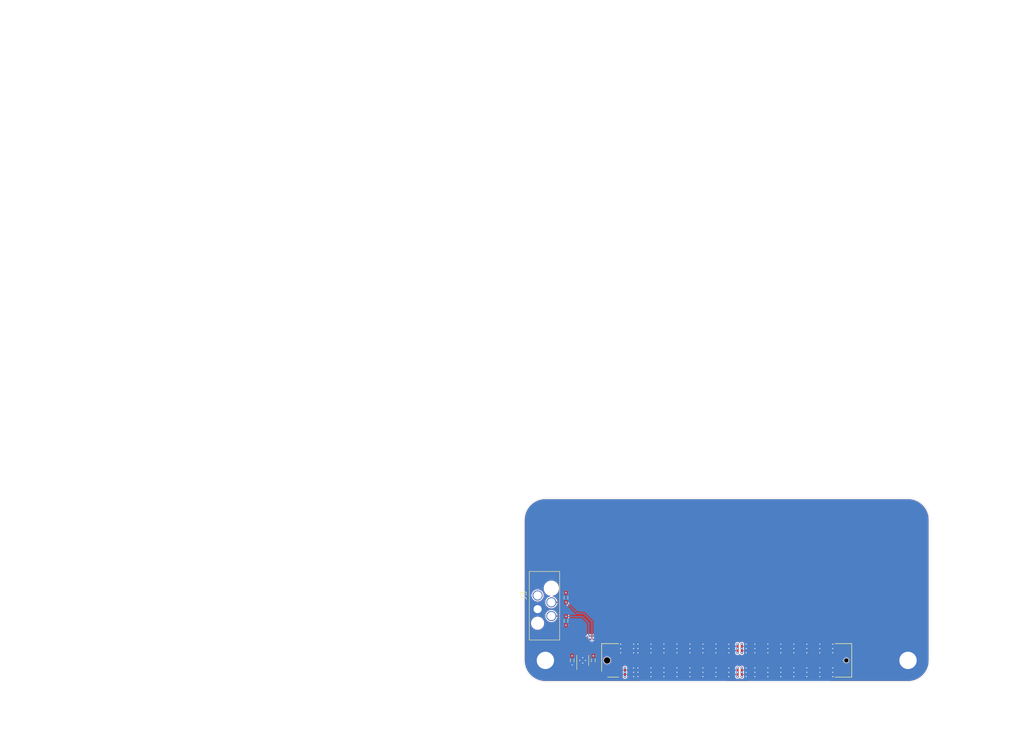
<source format=kicad_pcb>
(kicad_pcb (version 20240108) (generator "pcbnew") (generator_version "8.0")
  (title_block (title "Squishy - SE PHY ") (date "2024-06-14") (rev "1") (company "Shrine Maiden Heavy Industries") (comment 1 "License: CERN-OHL-S") (comment 2 "© 2024 Aki 'lethalbit' Van Ness, et. al.") (comment 3 "No warranty expressed or implied") (comment 4 "Squishy - SCSI Multitool"))
  (layers (0 "F.Cu" signal) (1 "In1.Cu" signal) (2 "In2.Cu" signal) (3 "In3.Cu" signal) (4 "In4.Cu" signal) (31 "B.Cu" signal) (34 "B.Paste" user) (35 "F.Paste" user) (36 "B.SilkS" user "B.Silkscreen") (37 "F.SilkS" user "F.Silkscreen") (38 "B.Mask" user) (39 "F.Mask" user) (44 "Edge.Cuts" user))
  (net 0 "")
  (net 1 "GND")
  (net 4 "/PHY.ID_SCL")
  (net 5 "+3V3")
  (net 6 "/PHY.ID_SDA")
  (net 7 "/CON.DP14+")
  (net 8 "/CON.C{slash}D+")
  (net 9 "/CON.DB10-")
  (net 10 "/CON.DB4-")
  (net 11 "/CON.ACK+")
  (net 12 "/CON.TERMPWR")
  (net 13 "/CON.DP1+")
  (net 14 "/CON.BSY-")
  (net 15 "/CON.RST-")
  (net 16 "/CON.DB2-")
  (net 17 "/CON.BSY+")
  (net 18 "/CON.DB5+")
  (net 19 "/CON.ATN-")
  (net 20 "/CON.DP0+")
  (net 21 "/CON.SEL+")
  (net 22 "/CON.ATN+")
  (net 23 "/CON.DB9-")
  (net 24 "/CON.SEL-")
  (net 25 "/CON.DB9+")
  (net 26 "/CON.DB0-")
  (net 27 "/CON.DB11+")
  (net 28 "/CON.DB7+")
  (net 29 "/CON.DP1-")
  (net 30 "/CON.DB5-")
  (net 31 "/CON.REQ-")
  (net 32 "/CON.DB1-")
  (net 33 "/CON.DB13+")
  (net 34 "/CON.REQ+")
  (net 35 "/CON.DB3-")
  (net 36 "/CON.DB8+")
  (net 37 "/CON.DB13-")
  (net 38 "/CON.DB15-")
  (net 39 "/CON.MSG+")
  (net 40 "/CON.DB11-")
  (net 41 "/CON.DP12+")
  (net 42 "/CON.DB3+")
  (net 43 "/CON.ACK-")
  (net 44 "/CON.DIFFSENSE")
  (net 45 "/CON.I{slash}O+")
  (net 46 "/CON.I{slash}O-")
  (net 47 "/CON.DB4+")
  (net 48 "/CON.DB15+")
  (net 49 "/CON.DB6-")
  (net 50 "/CON.DP14-")
  (net 51 "/CON.RST+")
  (net 52 "/CON.DB8-")
  (net 53 "/CON.DB10+")
  (net 54 "/CON.MSG-")
  (net 55 "/CON.DB6+")
  (net 56 "/CON.C{slash}D-")
  (net 57 "/CON.DB7-")
  (net 58 "/CON.DP12-")
  (net 59 "/CON.DB1+")
  (net 60 "/CON.DP0-")
  (net 61 "/CON.DB2+")
  (net 62 "/CON.DB0+")
  (net 63 "Net-(U1-E0)")
  (footprint "lethalbit-connectors:1014457-10x80xLF" (layer "F.Cu") (at 147.5 136 180)
    (property "Reference" "J1" (hide yes))
    (property "Value" "SCSI PHY Mezz")
    (fp_line (start 23.100001 3.1) (end 23.1 -2) (stroke (width 0.12)) (layer "F.SilkS"))
    (fp_line (start 23.100001 3.1) (end 20.000001 3.1) (stroke (width 0.12)) (layer "F.SilkS"))
    (fp_line (start 22 -3.1) (end 20.000001 -3.1) (stroke (width 0.12)) (layer "F.SilkS"))
    (fp_line (start -20.000001 3.1) (end -23.100001 3.1) (stroke (width 0.12)) (layer "F.SilkS"))
    (fp_line (start -20.000001 -3.1) (end -23.100001 -3.1) (stroke (width 0.12)) (layer "F.SilkS"))
    (fp_line (start -23.100001 3.1) (end -23.100001 -3.1) (stroke (width 0.12)) (layer "F.SilkS"))
    (pad "" np_thru_hole circle (at -22.1 0 180) (size 0.8 0.8) (drill 0.8) (layers "*.Mask"))
    (pad "" np_thru_hole circle (at 22.1 0 180) (size 1.2 1.2) (drill 1.2) (layers "*.Mask"))
    (pad "1" smd roundrect (at 19.6 -2.2 180) (size 0.4 2) (layers "F.Cu" "F.Paste" "F.Mask") (net 1 "GND"))
    (pad "2" smd roundrect (at 19.6 2.2 180) (size 0.4 2) (layers "F.Cu" "F.Paste" "F.Mask") (net 1 "GND"))
    (pad "3" smd roundrect (at 18.8 -2.199999 180) (size 0.4 2) (layers "F.Cu" "F.Paste" "F.Mask") (net 5 "+3V3"))
    (pad "4" smd roundrect (at 18.8 2.199999 180) (size 0.4 2) (layers "F.Cu" "F.Paste" "F.Mask") (net 6 "/PHY.ID_SDA"))
    (pad "5" smd roundrect (at 18 -2.2 180) (size 0.4 2) (layers "F.Cu" "F.Paste" "F.Mask"))
    (pad "6" smd roundrect (at 18 2.2 180) (size 0.4 2) (layers "F.Cu" "F.Paste" "F.Mask") (net 4 "/PHY.ID_SCL"))
    (pad "7" smd roundrect (at 17.200001 -2.2 180) (size 0.4 2) (layers "F.Cu" "F.Paste" "F.Mask") (net 1 "GND"))
    (pad "8" smd roundrect (at 17.200001 2.2 180) (size 0.4 2) (layers "F.Cu" "F.Paste" "F.Mask") (net 1 "GND"))
    (pad "9" smd roundrect (at 16.4 -2.2 180) (size 0.4 2) (layers "F.Cu" "F.Paste" "F.Mask") (net 1 "GND"))
    (pad "10" smd roundrect (at 16.4 2.2 180) (size 0.4 2) (layers "F.Cu" "F.Paste" "F.Mask") (net 1 "GND"))
    (pad "11" smd roundrect (at 15.6 -2.2 180) (size 0.4 2) (layers "F.Cu" "F.Paste" "F.Mask") (net 41 "/CON.DP12+"))
    (pad "12" smd roundrect (at 15.6 2.2 180) (size 0.4 2) (layers "F.Cu" "F.Paste" "F.Mask") (net 58 "/CON.DP12-"))
    (pad "13" smd roundrect (at 14.799999 -2.2 180) (size 0.4 2) (layers "F.Cu" "F.Paste" "F.Mask") (net 33 "/CON.DB13+"))
    (pad "14" smd roundrect (at 14.799999 2.2 180) (size 0.4 2) (layers "F.Cu" "F.Paste" "F.Mask") (net 37 "/CON.DB13-"))
    (pad "15" smd roundrect (at 14 -2.2 180) (size 0.4 2) (layers "F.Cu" "F.Paste" "F.Mask") (net 1 "GND"))
    (pad "16" smd roundrect (at 14 2.2 180) (size 0.4 2) (layers "F.Cu" "F.Paste" "F.Mask") (net 1 "GND"))
    (pad "17" smd roundrect (at 13.2 -2.199999 180) (size 0.4 2) (layers "F.Cu" "F.Paste" "F.Mask") (net 7 "/CON.DP14+"))
    (pad "18" smd roundrect (at 13.2 2.199999 180) (size 0.4 2) (layers "F.Cu" "F.Paste" "F.Mask") (net 50 "/CON.DP14-"))
    (pad "19" smd roundrect (at 12.4 -2.2 180) (size 0.4 2) (layers "F.Cu" "F.Paste" "F.Mask") (net 48 "/CON.DB15+"))
    (pad "20" smd roundrect (at 12.4 2.2 180) (size 0.4 2) (layers "F.Cu" "F.Paste" "F.Mask") (net 38 "/CON.DB15-"))
    (pad "21" smd roundrect (at 11.6 -2.2 180) (size 0.4 2) (layers "F.Cu" "F.Paste" "F.Mask") (net 1 "GND"))
    (pad "22" smd roundrect (at 11.6 2.2 180) (size 0.4 2) (layers "F.Cu" "F.Paste" "F.Mask") (net 1 "GND"))
    (pad "23" smd roundrect (at 10.8 -2.2 180) (size 0.4 2) (layers "F.Cu" "F.Paste" "F.Mask") (net 13 "/CON.DP1+"))
    (pad "24" smd roundrect (at 10.8 2.2 180) (size 0.4 2) (layers "F.Cu" "F.Paste" "F.Mask") (net 29 "/CON.DP1-"))
    (pad "25" smd roundrect (at 10 -2.2 180) (size 0.4 2) (layers "F.Cu" "F.Paste" "F.Mask") (net 62 "/CON.DB0+"))
    (pad "26" smd roundrect (at 10 2.2 180) (size 0.4 2) (layers "F.Cu" "F.Paste" "F.Mask") (net 26 "/CON.DB0-"))
    (pad "27" smd roundrect (at 9.199999 -2.2 180) (size 0.4 2) (layers "F.Cu" "F.Paste" "F.Mask") (net 1 "GND"))
    (pad "28" smd roundrect (at 9.199999 2.2 180) (size 0.4 2) (layers "F.Cu" "F.Paste" "F.Mask") (net 1 "GND"))
    (pad "29" smd roundrect (at 8.4 -2.2 180) (size 0.4 2) (layers "F.Cu" "F.Paste" "F.Mask") (net 59 "/CON.DB1+"))
    (pad "30" smd roundrect (at 8.4 2.2 180) (size 0.4 2) (layers "F.Cu" "F.Paste" "F.Mask") (net 32 "/CON.DB1-"))
    (pad "31" smd roundrect (at 7.6 -2.199999 180) (size 0.4 2) (layers "F.Cu" "F.Paste" "F.Mask") (net 61 "/CON.DB2+"))
    (pad "32" smd roundrect (at 7.6 2.199999 180) (size 0.4 2) (layers "F.Cu" "F.Paste" "F.Mask") (net 16 "/CON.DB2-"))
    (pad "33" smd roundrect (at 6.8 -2.2 180) (size 0.4 2) (layers "F.Cu" "F.Paste" "F.Mask") (net 1 "GND"))
    (pad "34" smd roundrect (at 6.8 2.2 180) (size 0.4 2) (layers "F.Cu" "F.Paste" "F.Mask") (net 1 "GND"))
    (pad "35" smd roundrect (at 6 -2.2 180) (size 0.4 2) (layers "F.Cu" "F.Paste" "F.Mask") (net 42 "/CON.DB3+"))
    (pad "36" smd roundrect (at 6 2.2 180) (size 0.4 2) (layers "F.Cu" "F.Paste" "F.Mask") (net 35 "/CON.DB3-"))
    (pad "37" smd roundrect (at 5.2 -2.2 180) (size 0.4 2) (layers "F.Cu" "F.Paste" "F.Mask") (net 47 "/CON.DB4+"))
    (pad "38" smd roundrect (at 5.2 2.2 180) (size 0.4 2) (layers "F.Cu" "F.Paste" "F.Mask") (net 10 "/CON.DB4-"))
    (pad "39" smd roundrect (at 4.4 -2.2 180) (size 0.4 2) (layers "F.Cu" "F.Paste" "F.Mask") (net 1 "GND"))
    (pad "40" smd roundrect (at 4.4 2.2 180) (size 0.4 2) (layers "F.Cu" "F.Paste" "F.Mask") (net 1 "GND"))
    (pad "41" smd roundrect (at 3.599999 -2.2 180) (size 0.4 2) (layers "F.Cu" "F.Paste" "F.Mask") (net 18 "/CON.DB5+"))
    (pad "42" smd roundrect (at 3.599999 2.2 180) (size 0.4 2) (layers "F.Cu" "F.Paste" "F.Mask") (net 30 "/CON.DB5-"))
    (pad "43" smd roundrect (at 2.8 -2.2 180) (size 0.4 2) (layers "F.Cu" "F.Paste" "F.Mask") (net 55 "/CON.DB6+"))
    (pad "44" smd roundrect (at 2.8 2.2 180) (size 0.4 2) (layers "F.Cu" "F.Paste" "F.Mask") (net 49 "/CON.DB6-"))
    (pad "45" smd roundrect (at 2 -2.199999 180) (size 0.4 2) (layers "F.Cu" "F.Paste" "F.Mask") (net 1 "GND"))
    (pad "46" smd roundrect (at 2 2.199999 180) (size 0.4 2) (layers "F.Cu" "F.Paste" "F.Mask") (net 1 "GND"))
    (pad "47" smd roundrect (at 1.2 -2.2 180) (size 0.4 2) (layers "F.Cu" "F.Paste" "F.Mask") (net 28 "/CON.DB7+"))
    (pad "48" smd roundrect (at 1.2 2.2 180) (size 0.4 2) (layers "F.Cu" "F.Paste" "F.Mask") (net 57 "/CON.DB7-"))
    (pad "49" smd roundrect (at 0.4 -2.2 180) (size 0.4 2) (layers "F.Cu" "F.Paste" "F.Mask") (net 20 "/CON.DP0+"))
    (pad "50" smd roundrect (at 0.4 2.2 180) (size 0.4 2) (layers "F.Cu" "F.Paste" "F.Mask") (net 60 "/CON.DP0-"))
    (pad "51" smd roundrect (at -0.4 -2.2 180) (size 0.4 2) (layers "F.Cu" "F.Paste" "F.Mask") (net 1 "GND"))
    (pad "52" smd roundrect (at -0.4 2.2 180) (size 0.4 2) (layers "F.Cu" "F.Paste" "F.Mask") (net 1 "GND"))
    (pad "53" smd roundrect (at -1.2 -2.2 180) (size 0.4 2) (layers "F.Cu" "F.Paste" "F.Mask") (net 44 "/CON.DIFFSENSE"))
    (pad "54" smd roundrect (at -1.2 2.2 180) (size 0.4 2) (layers "F.Cu" "F.Paste" "F.Mask"))
    (pad "55" smd roundrect (at -2 -2.199999 180) (size 0.4 2) (layers "F.Cu" "F.Paste" "F.Mask") (net 12 "/CON.TERMPWR"))
    (pad "56" smd roundrect (at -2 2.199999 180) (size 0.4 2) (layers "F.Cu" "F.Paste" "F.Mask") (net 12 "/CON.TERMPWR"))
    (pad "57" smd roundrect (at -2.8 -2.2 180) (size 0.4 2) (layers "F.Cu" "F.Paste" "F.Mask") (net 12 "/CON.TERMPWR"))
    (pad "58" smd roundrect (at -2.8 2.2 180) (size 0.4 2) (layers "F.Cu" "F.Paste" "F.Mask") (net 12 "/CON.TERMPWR"))
    (pad "59" smd roundrect (at -3.599999 -2.2 180) (size 0.4 2) (layers "F.Cu" "F.Paste" "F.Mask") (net 1 "GND"))
    (pad "60" smd roundrect (at -3.599999 2.2 180) (size 0.4 2) (layers "F.Cu" "F.Paste" "F.Mask") (net 1 "GND"))
    (pad "61" smd roundrect (at -4.4 -2.2 180) (size 0.4 2) (layers "F.Cu" "F.Paste" "F.Mask") (net 22 "/CON.ATN+"))
    (pad "62" smd roundrect (at -4.4 2.2 180) (size 0.4 2) (layers "F.Cu" "F.Paste" "F.Mask") (net 19 "/CON.ATN-"))
    (pad "63" smd roundrect (at -5.2 -2.2 180) (size 0.4 2) (layers "F.Cu" "F.Paste" "F.Mask") (net 1 "GND"))
    (pad "64" smd roundrect (at -5.2 2.2 180) (size 0.4 2) (layers "F.Cu" "F.Paste" "F.Mask") (net 1 "GND"))
    (pad "65" smd roundrect (at -6 -2.2 180) (size 0.4 2) (layers "F.Cu" "F.Paste" "F.Mask") (net 17 "/CON.BSY+"))
    (pad "66" smd roundrect (at -6 2.2 180) (size 0.4 2) (layers "F.Cu" "F.Paste" "F.Mask") (net 14 "/CON.BSY-"))
    (pad "67" smd roundrect (at -6.8 -2.2 180) (size 0.4 2) (layers "F.Cu" "F.Paste" "F.Mask") (net 11 "/CON.ACK+"))
    (pad "68" smd roundrect (at -6.8 2.2 180) (size 0.4 2) (layers "F.Cu" "F.Paste" "F.Mask") (net 43 "/CON.ACK-"))
    (pad "69" smd roundrect (at -7.6 -2.199999 180) (size 0.4 2) (layers "F.Cu" "F.Paste" "F.Mask") (net 1 "GND"))
    (pad "70" smd roundrect (at -7.6 2.199999 180) (size 0.4 2) (layers "F.Cu" "F.Paste" "F.Mask") (net 1 "GND"))
    (pad "71" smd roundrect (at -8.4 -2.2 180) (size 0.4 2) (layers "F.Cu" "F.Paste" "F.Mask") (net 51 "/CON.RST+"))
    (pad "72" smd roundrect (at -8.4 2.2 180) (size 0.4 2) (layers "F.Cu" "F.Paste" "F.Mask") (net 15 "/CON.RST-"))
    (pad "73" smd roundrect (at -9.199999 -2.2 180) (size 0.4 2) (layers "F.Cu" "F.Paste" "F.Mask") (net 39 "/CON.MSG+"))
    (pad "74" smd roundrect (at -9.199999 2.2 180) (size 0.4 2) (layers "F.Cu" "F.Paste" "F.Mask") (net 54 "/CON.MSG-"))
    (pad "75" smd roundrect (at -10 -2.2 180) (size 0.4 2) (layers "F.Cu" "F.Paste" "F.Mask") (net 1 "GND"))
    (pad "76" smd roundrect (at -10 2.2 180) (size 0.4 2) (layers "F.Cu" "F.Paste" "F.Mask") (net 1 "GND"))
    (pad "77" smd roundrect (at -10.8 -2.2 180) (size 0.4 2) (layers "F.Cu" "F.Paste" "F.Mask") (net 21 "/CON.SEL+"))
    (pad "78" smd roundrect (at -10.8 2.2 180) (size 0.4 2) (layers "F.Cu" "F.Paste" "F.Mask") (net 24 "/CON.SEL-"))
    (pad "79" smd roundrect (at -11.6 -2.2 180) (size 0.4 2) (layers "F.Cu" "F.Paste" "F.Mask") (net 8 "/CON.C{slash}D+"))
    (pad "80" smd roundrect (at -11.6 2.2 180) (size 0.4 2) (layers "F.Cu" "F.Paste" "F.Mask") (net 56 "/CON.C{slash}D-"))
    (pad "81" smd roundrect (at -12.4 -2.2 180) (size 0.4 2) (layers "F.Cu" "F.Paste" "F.Mask") (net 1 "GND"))
    (pad "82" smd roundrect (at -12.4 2.2 180) (size 0.4 2) (layers "F.Cu" "F.Paste" "F.Mask") (net 1 "GND"))
    (pad "83" smd roundrect (at -13.2 -2.199999 180) (size 0.4 2) (layers "F.Cu" "F.Paste" "F.Mask") (net 34 "/CON.REQ+"))
    (pad "84" smd roundrect (at -13.2 2.199999 180) (size 0.4 2) (layers "F.Cu" "F.Paste" "F.Mask") (net 31 "/CON.REQ-"))
    (pad "85" smd roundrect (at -14 -2.2 180) (size 0.4 2) (layers "F.Cu" "F.Paste" "F.Mask") (net 45 "/CON.I{slash}O+"))
    (pad "86" smd roundrect (at -14 2.2 180) (size 0.4 2) (layers "F.Cu" "F.Paste" "F.Mask") (net 46 "/CON.I{slash}O-"))
    (pad "87" smd roundrect (at -14.799999 -2.2 180) (size 0.4 2) (layers "F.Cu" "F.Paste" "F.Mask") (net 1 "GND"))
    (pad "88" smd roundrect (at -14.799999 2.2 180) (size 0.4 2) (layers "F.Cu" "F.Paste" "F.Mask") (net 1 "GND"))
    (pad "89" smd roundrect (at -15.6 -2.2 180) (size 0.4 2) (layers "F.Cu" "F.Paste" "F.Mask") (net 36 "/CON.DB8+"))
    (pad "90" smd roundrect (at -15.6 2.2 180) (size 0.4 2) (layers "F.Cu" "F.Paste" "F.Mask") (net 52 "/CON.DB8-"))
    (pad "91" smd roundrect (at -16.4 -2.2 180) (size 0.4 2) (layers "F.Cu" "F.Paste" "F.Mask") (net 25 "/CON.DB9+"))
    (pad "92" smd roundrect (at -16.4 2.2 180) (size 0.4 2) (layers "F.Cu" "F.Paste" "F.Mask") (net 23 "/CON.DB9-"))
    (pad "93" smd roundrect (at -17.200001 -2.2 180) (size 0.4 2) (layers "F.Cu" "F.Paste" "F.Mask") (net 1 "GND"))
    (pad "94" smd roundrect (at -17.200001 2.2 180) (size 0.4 2) (layers "F.Cu" "F.Paste" "F.Mask") (net 1 "GND"))
    (pad "95" smd roundrect (at -18 -2.2 180) (size 0.4 2) (layers "F.Cu" "F.Paste" "F.Mask") (net 53 "/CON.DB10+"))
    (pad "96" smd roundrect (at -18 2.2 180) (size 0.4 2) (layers "F.Cu" "F.Paste" "F.Mask") (net 9 "/CON.DB10-"))
    (pad "97" smd roundrect (at -18.8 -2.199999 180) (size 0.4 2) (layers "F.Cu" "F.Paste" "F.Mask") (net 27 "/CON.DB11+"))
    (pad "98" smd roundrect (at -18.8 2.199999 180) (size 0.4 2) (layers "F.Cu" "F.Paste" "F.Mask") (net 40 "/CON.DB11-"))
    (pad "99" smd roundrect (at -19.6 -2.2 180) (size 0.4 2) (layers "F.Cu" "F.Paste" "F.Mask") (net 1 "GND"))
    (pad "100" smd roundrect (at -19.6 2.2 180) (size 0.4 2) (layers "F.Cu" "F.Paste" "F.Mask") (net 1 "GND"))
  )
  (footprint "rhais_rcl:R0603" (layer "F.Cu") (at 117.8 128.7 90)
    (property "Reference" "R3")
    (property "Value" "4k7" (hide yes))
    (fp_line (start 0.3 -0.349999) (end -0.3 -0.349999) (stroke (width 0.1)) (layer "F.SilkS"))
    (fp_line (start -0.3 0.349999) (end 0.3 0.349999) (stroke (width 0.1)) (layer "F.SilkS"))
    (pad "1" smd roundrect (at -0.85 0 90) (size 0.9 0.8) (layers "F.Cu" "F.Paste" "F.Mask") (net 5 "+3V3"))
    (pad "2" smd roundrect (at 0.85 0 90) (size 0.9 0.8) (layers "F.Cu" "F.Paste" "F.Mask") (net 4 "/PHY.ID_SCL"))
  )
  (footprint "rhais_rcl:R0603" (layer "F.Cu") (at 117.8 124.4 -90)
    (property "Reference" "R2")
    (property "Value" "4k7" (hide yes))
    (fp_line (start -0.3 0.349999) (end 0.3 0.349999) (stroke (width 0.1)) (layer "F.SilkS"))
    (fp_line (start 0.3 -0.349999) (end -0.3 -0.349999) (stroke (width 0.1)) (layer "F.SilkS"))
    (pad "1" smd roundrect (at -0.85 0 270) (size 0.9 0.8) (layers "F.Cu" "F.Paste" "F.Mask") (net 5 "+3V3"))
    (pad "2" smd roundrect (at 0.85 0 270) (size 0.9 0.8) (layers "F.Cu" "F.Paste" "F.Mask") (net 6 "/PHY.ID_SDA"))
  )
  (footprint "PCM_kikit:Tab" (layer "F.Cu") (at 185.25 131 180)
    (property "Reference" "REF**" (hide yes))
    (property "Value" "Tab")
  )
  (footprint "PCM_kikit:Tab" (layer "F.Cu") (at 174 140.25 90)
    (property "Reference" "REF**" (hide yes))
    (property "Value" "Tab")
  )
  (footprint "rhais_rcl:C0603" (layer "F.Cu") (at 118.95 136 90)
    (property "Reference" "C1")
    (property "Value" "100n" (hide yes))
    (fp_line (start -0.3 -0.349999) (end 0.3 -0.349999) (stroke (width 0.1)) (layer "F.SilkS"))
    (fp_line (start 0.3 0.349999) (end -0.3 0.349999) (stroke (width 0.1)) (layer "F.SilkS"))
    (pad "1" smd roundrect (at -0.85 0 90) (size 0.9 0.8) (layers "F.Cu" "F.Paste" "F.Mask") (net 1 "GND"))
    (pad "2" smd roundrect (at 0.85 0 90) (size 0.9 0.8) (layers "F.Cu" "F.Paste" "F.Mask") (net 5 "+3V3"))
  )
  (footprint "PCM_kikit:Tab" (layer "F.Cu") (at 121.000001 105.75 -90)
    (property "Reference" "REF**" (hide yes))
    (property "Value" "Tab")
  )
  (footprint "MountingHole:MountingHole_3.2mm_M3_Pad" (layer "F.Cu") (at 181 136)
    (property "Reference" "H4" (hide yes))
    (property "Value" "MountingHole" (hide yes))
    (pad "1" thru_hole circle (at 0 0) (size 6.4 6.4) (drill 3.2) (layers "*.Cu" "*.Mask") (net 1 "GND"))
  )
  (footprint "PCM_kikit:Tab" (layer "F.Cu") (at 109.7 131)
    (property "Reference" "REF**" (hide yes))
    (property "Value" "Tab")
  )
  (footprint "PCM_kikit:Tab" (layer "F.Cu") (at 174 105.75 -90)
    (property "Reference" "REF**" (hide yes))
    (property "Value" "Tab")
  )
  (footprint "PCM_kikit:Tab" (layer "F.Cu") (at 109.7 115)
    (property "Reference" "REF**" (hide yes))
    (property "Value" "Tab")
  )
  (footprint "PCM_kikit:Tab" (layer "F.Cu") (at 185.25 115 180)
    (property "Reference" "REF**" (hide yes))
    (property "Value" "Tab")
  )
  (footprint "rhais_rcl:R0603" (layer "F.Cu") (at 122.85 136 90)
    (property "Reference" "R1")
    (property "Value" "10k" (hide yes))
    (fp_line (start 0.3 -0.349999) (end -0.3 -0.349999) (stroke (width 0.1)) (layer "F.SilkS"))
    (fp_line (start -0.3 0.349999) (end 0.3 0.349999) (stroke (width 0.1)) (layer "F.SilkS"))
    (pad "1" smd roundrect (at -0.85 0 90) (size 0.9 0.8) (layers "F.Cu" "F.Paste" "F.Mask") (net 63 "Net-(U1-E0)"))
    (pad "2" smd roundrect (at 0.85 0 90) (size 0.9 0.8) (layers "F.Cu" "F.Paste" "F.Mask") (net 5 "+3V3"))
  )
  (footprint "lethalbit-memory:ST_UFDFPN-8-1EP_2x3mm_P0.5mm_EP1.6x1.6mm" (layer "F.Cu") (at 120.9 136 90)
    (property "Reference" "U1")
    (property "Value" "M24C02-RMC" (hide yes))
    (fp_line (start -1.7 -1.1) (end 0.95 -1.1) (stroke (width 0.1)) (layer "F.SilkS"))
    (fp_line (start 0.95 1.1) (end -0.95 1.1) (stroke (width 0.1)) (layer "F.SilkS"))
    (pad "1" smd roundrect (at -1.4 -0.750001 90) (size 0.6 0.3) (layers "F.Cu" "F.Paste" "F.Mask") (roundrect_rratio 0.15625) (net 63 "Net-(U1-E0)"))
    (pad "2" smd roundrect (at -1.4 -0.25 90) (size 0.6 0.3) (layers "F.Cu" "F.Paste" "F.Mask") (roundrect_rratio 0.15625) (net 63 "Net-(U1-E0)"))
    (pad "3" smd roundrect (at -1.4 0.25 90) (size 0.6 0.3) (layers "F.Cu" "F.Paste" "F.Mask") (roundrect_rratio 0.15625) (net 1 "GND"))
    (pad "4" smd roundrect (at -1.4 0.750001 90) (size 0.6 0.3) (layers "F.Cu" "F.Paste" "F.Mask") (roundrect_rratio 0.15625) (net 1 "GND"))
    (pad "5" smd roundrect (at 1.4 0.750001 90) (size 0.6 0.3) (layers "F.Cu" "F.Paste" "F.Mask") (roundrect_rratio 0.15625) (net 6 "/PHY.ID_SDA"))
    (pad "6" smd roundrect (at 1.4 0.25 90) (size 0.6 0.3) (layers "F.Cu" "F.Paste" "F.Mask") (roundrect_rratio 0.15625) (net 4 "/PHY.ID_SCL"))
    (pad "7" smd roundrect (at 1.4 -0.25 90) (size 0.6 0.3) (layers "F.Cu" "F.Paste" "F.Mask") (roundrect_rratio 0.15625) (net 1 "GND"))
    (pad "8" smd roundrect (at 1.4 -0.750001 90) (size 0.6 0.3) (layers "F.Cu" "F.Paste" "F.Mask") (roundrect_rratio 0.15625) (net 5 "+3V3"))
    (pad "EP" smd roundrect (at 0 0 90) (size 1.6 1.6) (layers "F.Cu" "F.Mask") (roundrect_rratio 0.15625) (net 1 "GND"))
  )
  (footprint "pkl_connectors_wuerth:490107670412-d" (layer "F.Cu") (at 112.56 123.99 90)
    (property "Reference" "J3" (at 0 -2.54 90) (layer "F.SilkS") (effects (font (thickness 0.1))))
    (property "Value" "Conn_01x04")
    (fp_poly (pts (xy 4.43 -1.529999) (xy -8.24 -1.529999) (xy -8.239999 4.07) (xy 4.43 4.070001)) (stroke (width 0.1)) (fill none) (layer "F.SilkS"))
    (pad "" np_thru_hole circle (at -5.14 0 90) (size 2.2 2.2) (drill 2.2) (layers "F&B.Cu" "*.Mask"))
    (pad "" np_thru_hole circle (at 1.33 2.54 90) (size 2.6 2.6) (drill 2.6) (layers "F&B.Cu" "*.Mask"))
    (pad "1" thru_hole circle (at 0 0 90) (size 1.85 1.85) (drill 1.5) (layers "*.Cu" "*.Mask") (net 5 "+3V3"))
    (pad "2" thru_hole circle (at -1.27 2.54 90) (size 1.85 1.85) (drill 1.5) (layers "*.Cu" "*.Mask") (net 6 "/PHY.ID_SDA"))
    (pad "3" thru_hole circle (at -2.54 0 90) (size 1.85 1.85) (drill 1.5) (layers "*.Cu" "*.Mask") (net 1 "GND"))
    (pad "4" thru_hole circle (at -3.81 2.54 90) (size 1.85 1.85) (drill 1.5) (layers "*.Cu" "*.Mask") (net 4 "/PHY.ID_SCL"))
  )
  (footprint "MountingHole:MountingHole_3.2mm_M3_Pad" (layer "F.Cu") (at 114 136)
    (property "Reference" "H3" (hide yes))
    (property "Value" "MountingHole" (hide yes))
    (pad "1" thru_hole circle (at 0 0) (size 6.4 6.4) (drill 3.2) (layers "*.Cu" "*.Mask") (net 1 "GND"))
  )
  (footprint "PCM_kikit:Tab" (layer "F.Cu") (at 121 140.25 90)
    (property "Reference" "REF**" (hide yes))
    (property "Value" "Tab")
  )
  (gr_line (start 181 106) (end 114 106) (stroke (width 0.05)) (layer "Edge.Cuts"))
  (gr_line (start 114 140) (end 181 140) (stroke (width 0.05)) (layer "Edge.Cuts"))
  (gr_arc (start 110 110) (mid 111.171573 107.171573) (end 114 106) (stroke (width 0.05)) (layer "Edge.Cuts"))
  (gr_line (start 185 136) (end 185 110) (stroke (width 0.05)) (layer "Edge.Cuts"))
  (gr_arc (start 185 136) (mid 183.828427 138.828427) (end 181 140) (stroke (width 0.05)) (layer "Edge.Cuts"))
  (gr_arc (start 181 106) (mid 183.828427 107.171573) (end 185 110) (stroke (width 0.05)) (layer "Edge.Cuts"))
  (gr_line (start 110 136) (end 110 110) (stroke (width 0.05)) (layer "Edge.Cuts"))
  (gr_arc (start 114 140) (mid 111.171573 138.828427) (end 110 136) (stroke (width 0.05)) (layer "Edge.Cuts"))
  (via (at 164.7 134.6) (size 0.45) (drill 0.2) (layers "F.Cu" "B.Cu") (net 1))
  (via (at 162.3 138.2) (size 0.45) (drill 0.2) (layers "F.Cu" "B.Cu") (net 1))
  (via (at 135.9 138.2) (size 0.45) (drill 0.2) (layers "F.Cu" "B.Cu") (net 1))
  (via (at 131.1 139) (size 0.45) (drill 0.2) (layers "F.Cu" "B.Cu") (net 1))
  (via (at 155.1 137.4) (size 0.45) (drill 0.2) (layers "F.Cu" "B.Cu") (net 1))
  (via (at 145.5 133.8) (size 0.45) (drill 0.2) (layers "F.Cu" "B.Cu") (net 1))
  (via (at 145.5 138.2) (size 0.45) (drill 0.2) (layers "F.Cu" "B.Cu") (net 1))
  (via (at 140.7 133) (size 0.45) (drill 0.2) (layers "F.Cu" "B.Cu") (net 1))
  (via (at 135.9 133.8) (size 0.45) (drill 0.2) (layers "F.Cu" "B.Cu") (net 1))
  (via (at 120.35 136) (size 0.45) (drill 0.2) (layers "F.Cu" "B.Cu") (net 1))
  (via (at 138.3 133.8) (size 0.45) (drill 0.2) (layers "F.Cu" "B.Cu") (net 1))
  (via (at 133.5 137.4) (size 0.45) (drill 0.2) (layers "F.Cu" "B.Cu") (net 1))
  (via (at 157.5 137.4) (size 0.45) (drill 0.2) (layers "F.Cu" "B.Cu") (net 1))
  (via (at 145.5 133) (size 0.45) (drill 0.2) (layers "F.Cu" "B.Cu") (net 1))
  (via (at 152.7 138.2) (size 0.45) (drill 0.2) (layers "F.Cu" "B.Cu") (net 1))
  (via (at 131.1 134.6) (size 0.45) (drill 0.2) (layers "F.Cu" "B.Cu") (net 1))
  (via (at 164.7 138.2) (size 0.45) (drill 0.2) (layers "F.Cu" "B.Cu") (net 1))
  (via (at 131.1 137.4) (size 0.45) (drill 0.2) (layers "F.Cu" "B.Cu") (net 1))
  (via (at 147.9 134.6) (size 0.45) (drill 0.2) (layers "F.Cu" "B.Cu") (net 1))
  (via (at 121.4 136) (size 0.45) (drill 0.2) (layers "F.Cu" "B.Cu") (net 1))
  (via (at 159.9 133) (size 0.45) (drill 0.2) (layers "F.Cu" "B.Cu") (net 1))
  (via (at 145.5 134.6) (size 0.45) (drill 0.2) (layers "F.Cu" "B.Cu") (net 1))
  (via (at 151.1 139) (size 0.45) (drill 0.2) (layers "F.Cu" "B.Cu") (net 1))
  (via (at 143.1 139) (size 0.45) (drill 0.2) (layers "F.Cu" "B.Cu") (net 1))
  (via (at 120.9 135.5) (size 0.45) (drill 0.2) (layers "F.Cu" "B.Cu") (net 1))
  (via (at 151.1 137.4) (size 0.45) (drill 0.2) (layers "F.Cu" "B.Cu") (net 1))
  (via (at 135.9 137.4) (size 0.45) (drill 0.2) (layers "F.Cu" "B.Cu") (net 1))
  (via (at 151.1 133.8) (size 0.45) (drill 0.2) (layers "F.Cu" "B.Cu") (net 1))
  (via (at 133.5 134.6) (size 0.45) (drill 0.2) (layers "F.Cu" "B.Cu") (net 1))
  (via (at 140.7 133.8) (size 0.45) (drill 0.2) (layers "F.Cu" "B.Cu") (net 1))
  (via (at 157.5 133.8) (size 0.45) (drill 0.2) (layers "F.Cu" "B.Cu") (net 1))
  (via (at 145.5 139) (size 0.45) (drill 0.2) (layers "F.Cu" "B.Cu") (net 1))
  (via (at 159.9 138.2) (size 0.45) (drill 0.2) (layers "F.Cu" "B.Cu") (net 1))
  (via (at 143.1 133) (size 0.45) (drill 0.2) (layers "F.Cu" "B.Cu") (net 1))
  (via (at 131.1 133) (size 0.45) (drill 0.2) (layers "F.Cu" "B.Cu") (net 1))
  (via (at 143.1 133.8) (size 0.45) (drill 0.2) (layers "F.Cu" "B.Cu") (net 1))
  (via (at 157.5 134.6) (size 0.45) (drill 0.2) (layers "F.Cu" "B.Cu") (net 1))
  (via (at 130.3 133.8) (size 0.45) (drill 0.2) (layers "F.Cu" "B.Cu") (net 1))
  (via (at 155.1 139) (size 0.45) (drill 0.2) (layers "F.Cu" "B.Cu") (net 1))
  (via (at 164.7 139) (size 0.45) (drill 0.2) (layers "F.Cu" "B.Cu") (net 1))
  (via (at 131.1 138.2) (size 0.45) (drill 0.2) (layers "F.Cu" "B.Cu") (net 1))
  (via (at 133.5 133.8) (size 0.45) (drill 0.2) (layers "F.Cu" "B.Cu") (net 1))
  (via (at 164.7 137.4) (size 0.45) (drill 0.2) (layers "F.Cu" "B.Cu") (net 1))
  (via (at 162.3 139) (size 0.45) (drill 0.2) (layers "F.Cu" "B.Cu") (net 1))
  (via (at 140.7 134.6) (size 0.45) (drill 0.2) (layers "F.Cu" "B.Cu") (net 1))
  (via (at 151.1 138.2) (size 0.45) (drill 0.2) (layers "F.Cu" "B.Cu") (net 1))
  (via (at 152.7 134.6) (size 0.45) (drill 0.2) (layers "F.Cu" "B.Cu") (net 1))
  (via (at 164.7 133.8) (size 0.45) (drill 0.2) (layers "F.Cu" "B.Cu") (net 1))
  (via (at 147.9 133.8) (size 0.45) (drill 0.2) (layers "F.Cu" "B.Cu") (net 1))
  (via (at 159.9 137.4) (size 0.45) (drill 0.2) (layers "F.Cu" "B.Cu") (net 1))
  (via (at 147.9 133) (size 0.45) (drill 0.2) (layers "F.Cu" "B.Cu") (net 1))
  (via (at 145.5 137.4) (size 0.45) (drill 0.2) (layers "F.Cu" "B.Cu") (net 1))
  (via (at 159.9 133.8) (size 0.45) (drill 0.2) (layers "F.Cu" "B.Cu") (net 1))
  (via (at 151.1 133) (size 0.45) (drill 0.2) (layers "F.Cu" "B.Cu") (net 1))
  (via (at 133.5 133) (size 0.45) (drill 0.2) (layers "F.Cu" "B.Cu") (net 1))
  (via (at 130.3 133) (size 0.45) (drill 0.2) (layers "F.Cu" "B.Cu") (net 1))
  (via (at 155.1 133) (size 0.45) (drill 0.2) (layers "F.Cu" "B.Cu") (net 1))
  (via (at 140.7 138.2) (size 0.45) (drill 0.2) (layers "F.Cu" "B.Cu") (net 1))
  (via (at 162.3 137.4) (size 0.45) (drill 0.2) (layers "F.Cu" "B.Cu") (net 1))
  (via (at 167.1 134.6) (size 0.45) (drill 0.2) (layers "F.Cu" "B.Cu") (net 1))
  (via (at 143.1 137.4) (size 0.45) (drill 0.2) (layers "F.Cu" "B.Cu") (net 1))
  (via (at 167.1 133) (size 0.45) (drill 0.2) (layers "F.Cu" "B.Cu") (net 1))
  (via (at 140.7 139) (size 0.45) (drill 0.2) (layers "F.Cu" "B.Cu") (net 1))
  (via (at 152.7 133) (size 0.45) (drill 0.2) (layers "F.Cu" "B.Cu") (net 1))
  (via (at 133.5 138.2) (size 0.45) (drill 0.2) (layers "F.Cu" "B.Cu") (net 1))
  (via (at 130.3 134.6) (size 0.45) (drill 0.2) (layers "F.Cu" "B.Cu") (net 1))
  (via (at 162.3 133.8) (size 0.45) (drill 0.2) (layers "F.Cu" "B.Cu") (net 1))
  (via (at 127.9 134.6) (size 0.45) (drill 0.2) (layers "F.Cu" "B.Cu") (net 1))
  (via (at 147.9 138.2) (size 0.45) (drill 0.2) (layers "F.Cu" "B.Cu") (net 1))
  (via (at 138.3 139) (size 0.45) (drill 0.2) (layers "F.Cu" "B.Cu") (net 1))
  (via (at 159.9 139) (size 0.45) (drill 0.2) (layers "F.Cu" "B.Cu") (net 1))
  (via (at 152.7 137.4) (size 0.45) (drill 0.2) (layers "F.Cu" "B.Cu") (net 1))
  (via (at 140.7 137.4) (size 0.45) (drill 0.2) (layers "F.Cu" "B.Cu") (net 1))
  (via (at 138.3 134.6) (size 0.45) (drill 0.2) (layers "F.Cu" "B.Cu") (net 1))
  (via (at 130.3 138.2) (size 0.45) (drill 0.2) (layers "F.Cu" "B.Cu") (net 1))
  (via (at 162.3 133) (size 0.45) (drill 0.2) (layers "F.Cu" "B.Cu") (net 1))
  (via (at 138.3 137.4) (size 0.45) (drill 0.2) (layers "F.Cu" "B.Cu") (net 1))
  (via (at 147.9 139) (size 0.45) (drill 0.2) (layers "F.Cu" "B.Cu") (net 1))
  (via (at 147.9 137.4) (size 0.45) (drill 0.2) (layers "F.Cu" "B.Cu") (net 1))
  (via (at 133.5 139) (size 0.45) (drill 0.2) (layers "F.Cu" "B.Cu") (net 1))
  (via (at 167.1 139) (size 0.45) (drill 0.2) (layers "F.Cu" "B.Cu") (net 1))
  (via (at 164.7 133) (size 0.45) (drill 0.2) (layers "F.Cu" "B.Cu") (net 1))
  (via (at 127.9 133.8) (size 0.45) (drill 0.2) (layers "F.Cu" "B.Cu") (net 1))
  (via (at 152.7 139) (size 0.45) (drill 0.2) (layers "F.Cu" "B.Cu") (net 1))
  (via (at 151.1 134.6) (size 0.45) (drill 0.2) (layers "F.Cu" "B.Cu") (net 1))
  (via (at 138.3 138.2) (size 0.45) (drill 0.2) (layers "F.Cu" "B.Cu") (net 1))
  (via (at 155.1 134.6) (size 0.45) (drill 0.2) (layers "F.Cu" "B.Cu") (net 1))
  (via (at 157.5 138.2) (size 0.45) (drill 0.2) (layers "F.Cu" "B.Cu") (net 1))
  (via (at 143.1 138.2) (size 0.45) (drill 0.2) (layers "F.Cu" "B.Cu") (net 1))
  (via (at 131.1 133.8) (size 0.45) (drill 0.2) (layers "F.Cu" "B.Cu") (net 1))
  (via (at 143.1 134.6) (size 0.45) (drill 0.2) (layers "F.Cu" "B.Cu") (net 1))
  (via (at 155.1 133.8) (size 0.45) (drill 0.2) (layers "F.Cu" "B.Cu") (net 1))
  (via (at 135.9 134.6) (size 0.45) (drill 0.2) (layers "F.Cu" "B.Cu") (net 1))
  (via (at 130.3 137.4) (size 0.45) (drill 0.2) (layers "F.Cu" "B.Cu") (net 1))
  (via (at 135.9 133) (size 0.45) (drill 0.2) (layers "F.Cu" "B.Cu") (net 1))
  (via (at 135.9 139) (size 0.45) (drill 0.2) (layers "F.Cu" "B.Cu") (net 1))
  (via (at 138.3 133) (size 0.45) (drill 0.2) (layers "F.Cu" "B.Cu") (net 1))
  (via (at 155.1 138.2) (size 0.45) (drill 0.2) (layers "F.Cu" "B.Cu") (net 1))
  (via (at 159.9 134.6) (size 0.45) (drill 0.2) (layers "F.Cu" "B.Cu") (net 1))
  (via (at 120.9 136.5) (size 0.45) (drill 0.2) (layers "F.Cu" "B.Cu") (net 1))
  (via (at 152.7 133.8) (size 0.45) (drill 0.2) (layers "F.Cu" "B.Cu") (net 1))
  (via (at 167.1 133.8) (size 0.45) (drill 0.2) (layers "F.Cu" "B.Cu") (net 1))
  (via (at 157.5 139) (size 0.45) (drill 0.2) (layers "F.Cu" "B.Cu") (net 1))
  (via (at 127.9 133) (size 0.45) (drill 0.2) (layers "F.Cu" "B.Cu") (net 1))
  (via (at 162.3 134.6) (size 0.45) (drill 0.2) (layers "F.Cu" "B.Cu") (net 1))
  (via (at 167.1 137.4) (size 0.45) (drill 0.2) (layers "F.Cu" "B.Cu") (net 1))
  (via (at 130.3 139) (size 0.45) (drill 0.2) (layers "F.Cu" "B.Cu") (net 1))
  (via (at 167.1 138.2) (size 0.45) (drill 0.2) (layers "F.Cu" "B.Cu") (net 1))
  (via (at 157.5 133) (size 0.45) (drill 0.2) (layers "F.Cu" "B.Cu") (net 1))
  (via (at 118.95 136.85) (size 0.45) (drill 0.2) (layers "F.Cu" "B.Cu") (net 1))
  (segment (start 117.4 127.8) (end 115.1 127.8) (width 0.2) (layer "F.Cu") (net 4))
  (segment (start 121.15 134.6) (end 121.15 132.35) (width 0.2) (layer "F.Cu") (net 4))
  (segment (start 128.5 131.5) (end 129.5 132.5) (width 0.2) (layer "F.Cu") (net 4))
  (segment (start 117.8 127.85) (end 117.45 127.85) (width 0.2) (layer "F.Cu") (net 4))
  (segment (start 122 131.5) (end 128.5 131.5) (width 0.2) (layer "F.Cu") (net 4))
  (segment (start 117.45 127.85) (end 117.4 127.8) (width 0.2) (layer "F.Cu") (net 4))
  (segment (start 121.15 132.35) (end 122 131.5) (width 0.2) (layer "F.Cu") (net 4))
  (segment (start 129.5 132.5) (end 129.5 133.8) (width 0.2) (layer "F.Cu") (net 4))
  (via (at 117.8 127.85) (size 0.45) (drill 0.2) (layers "F.Cu" "B.Cu") (net 4))
  (via (at 122 131.5) (size 0.45) (drill 0.2) (layers "F.Cu" "B.Cu") (net 4))
  (segment (start 120.8 127.9) (end 117.85 127.9) (width 0.2) (layer "B.Cu") (net 4))
  (segment (start 117.85 127.9) (end 117.8 127.85) (width 0.2) (layer "B.Cu") (net 4))
  (segment (start 122 129.1) (end 120.8 127.9) (width 0.2) (layer "B.Cu") (net 4))
  (segment (start 122 131.5) (end 122 129.1) (width 0.2) (layer "B.Cu") (net 4))
  (segment (start 120.149999 134.6) (end 119.5 134.6) (width 0.3) (layer "F.Cu") (net 5))
  (segment (start 119.5 134.6) (end 118.95 135.15) (width 0.3) (layer "F.Cu") (net 5))
  (via (at 128.7 138.2) (size 0.45) (drill 0.2) (layers "F.Cu" "B.Cu") (net 5))
  (via (at 117.8 123.5) (size 0.45) (drill 0.2) (layers "F.Cu" "B.Cu") (net 5))
  (via (at 117.8 129.5) (size 0.45) (drill 0.2) (layers "F.Cu" "B.Cu") (net 5))
  (via (at 118.95 135.15) (size 0.45) (drill 0.2) (layers "F.Cu" "B.Cu") (net 5))
  (via (at 128.7 139) (size 0.45) (drill 0.2) (layers "F.Cu" "B.Cu") (net 5))
  (via (at 128.7 137.4) (size 0.45) (drill 0.2) (layers "F.Cu" "B.Cu") (net 5))
  (via (at 122.85 135.15) (size 0.45) (drill 0.2) (layers "F.Cu" "B.Cu") (net 5))
  (segment (start 122.1 132.1) (end 121.650001 132.549999) (width 0.2) (layer "F.Cu") (net 6))
  (segment (start 128.7 132.5) (end 128.3 132.1) (width 0.2) (layer "F.Cu") (net 6))
  (segment (start 121.650001 132.549999) (end 121.650001 134.6) (width 0.2) (layer "F.Cu") (net 6))
  (segment (start 117.8 125.25) (end 115.11 125.25) (width 0.2) (layer "F.Cu") (net 6))
  (segment (start 122.4 132.1) (end 122.1 132.1) (width 0.2) (layer "F.Cu") (net 6))
  (segment (start 115.11 125.25) (end 115.1 125.26) (width 0.2) (layer "F.Cu") (net 6))
  (segment (start 128.7 133.800001) (end 128.7 132.5) (width 0.2) (layer "F.Cu") (net 6))
  (segment (start 128.3 132.1) (end 122.4 132.1) (width 0.2) (layer "F.Cu") (net 6))
  (via (at 117.8 125.25) (size 0.45) (drill 0.2) (layers "F.Cu" "B.Cu") (net 6))
  (via (at 122.6 132.1) (size 0.45) (drill 0.2) (layers "F.Cu" "B.Cu") (net 6))
  (segment (start 122.6 128.8) (end 121.1 127.3) (width 0.2) (layer "B.Cu") (net 6))
  (segment (start 119.85 127.3) (end 117.8 125.25) (width 0.2) (layer "B.Cu") (net 6))
  (segment (start 122.6 132.1) (end 122.6 128.8) (width 0.2) (layer "B.Cu") (net 6))
  (segment (start 121.1 127.3) (end 119.85 127.3) (width 0.2) (layer "B.Cu") (net 6))
  (via (at 150.3 138.2) (size 0.45) (drill 0.2) (layers "F.Cu" "B.Cu") (net 12))
  (via (at 150.3 133) (size 0.45) (drill 0.2) (layers "F.Cu" "B.Cu") (net 12))
  (via (at 150.3 133.8) (size 0.45) (drill 0.2) (layers "F.Cu" "B.Cu") (net 12))
  (via (at 150.3 139) (size 0.45) (drill 0.2) (layers "F.Cu" "B.Cu") (net 12))
  (via (at 149.5 133.8) (size 0.45) (drill 0.2) (layers "F.Cu" "B.Cu") (net 12))
  (via (at 150.3 137.4) (size 0.45) (drill 0.2) (layers "F.Cu" "B.Cu") (net 12))
  (via (at 149.5 139) (size 0.45) (drill 0.2) (layers "F.Cu" "B.Cu") (net 12))
  (via (at 149.5 134.6) (size 0.45) (drill 0.2) (layers "F.Cu" "B.Cu") (net 12))
  (via (at 149.5 133) (size 0.45) (drill 0.2) (layers "F.Cu" "B.Cu") (net 12))
  (via (at 149.5 138.2) (size 0.45) (drill 0.2) (layers "F.Cu" "B.Cu") (net 12))
  (via (at 150.3 134.6) (size 0.45) (drill 0.2) (layers "F.Cu" "B.Cu") (net 12))
  (via (at 149.5 137.4) (size 0.45) (drill 0.2) (layers "F.Cu" "B.Cu") (net 12))
  (segment (start 122.1 138.3) (end 122.85 137.55) (width 0.2) (layer "F.Cu") (net 63))
  (segment (start 120.149999 137.4) (end 120.65 137.4) (width 0.2) (layer "F.Cu") (net 63))
  (segment (start 120.65 137.4) (end 120.65 138) (width 0.2) (layer "F.Cu") (net 63))
  (segment (start 120.95 138.3) (end 122.1 138.3) (width 0.2) (layer "F.Cu") (net 63))
  (segment (start 120.65 138) (end 120.95 138.3) (width 0.2) (layer "F.Cu") (net 63))
  (segment (start 122.85 137.55) (end 122.85 136.85) (width 0.2) (layer "F.Cu") (net 63))
  (zone (net 1) (net_name "GND") (layers "F.Cu" "In1.Cu" "In3.Cu" "In4.Cu" "B.Cu") (connect_pads yes (clearance 0.2)) (min_thickness 0.1) (fill yes (thermal_gap 0.2) (thermal_bridge_width 0.4) (smoothing fillet) (radius 0.2))
    (polygon (pts (xy 185 140) (xy 110 140) (xy 110 106) (xy 185 106)))
  )
)
</source>
